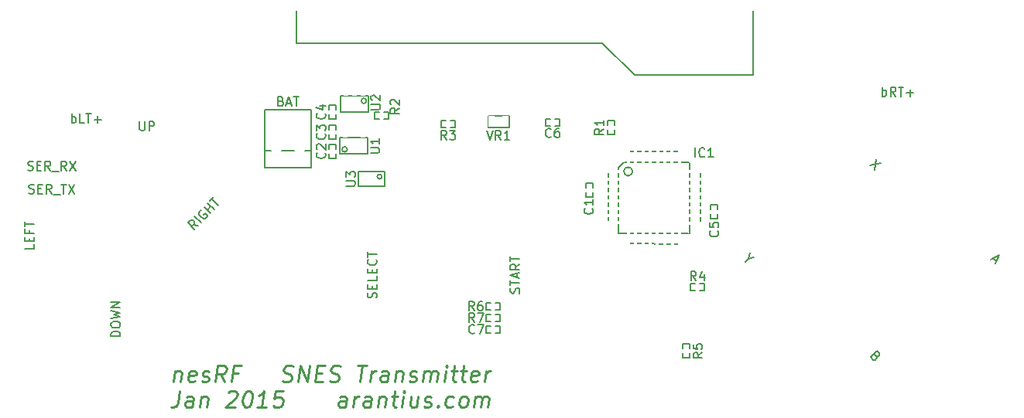
<source format=gto>
%FSLAX46Y46*%
G04 Gerber Fmt 4.6, Leading zero omitted, Abs format (unit mm)*
G04 Created by KiCad (PCBNEW (2014-10-27 BZR 5228)-product) date 1/4/2015 7:38:25 PM*
%MOMM*%
G01*
G04 APERTURE LIST*
%ADD10C,0.100000*%
%ADD11C,0.254000*%
%ADD12C,0.200000*%
%ADD13C,0.150000*%
%ADD14R,0.508000X0.762000*%
%ADD15C,4.318000*%
%ADD16C,2.032000*%
%ADD17R,1.998980X0.449580*%
%ADD18R,0.449580X1.998980*%
%ADD19R,1.727200X1.727200*%
%ADD20O,1.727200X1.727200*%
%ADD21C,2.499360*%
%ADD22O,1.506220X3.014980*%
%ADD23R,0.599440X0.398780*%
%ADD24R,0.398780X0.599440*%
%ADD25C,1.778000*%
%ADD26C,0.990600*%
%ADD27O,1.981200X1.501140*%
%ADD28R,0.400000X0.450000*%
%ADD29R,0.635000X1.143000*%
%ADD30R,1.066800X5.130800*%
%ADD31R,4.622800X1.066800*%
%ADD32R,5.130800X1.066800*%
%ADD33R,1.066800X4.622800*%
G04 APERTURE END LIST*
D10*
D11*
X24685623Y-39458900D02*
X24537456Y-40644233D01*
X24664456Y-39628233D02*
X24759707Y-39543567D01*
X24939623Y-39458900D01*
X25193623Y-39458900D01*
X25352374Y-39543567D01*
X25415873Y-39712900D01*
X25299456Y-40644233D01*
X26834041Y-40559567D02*
X26654123Y-40644233D01*
X26315457Y-40644233D01*
X26156707Y-40559567D01*
X26093207Y-40390233D01*
X26177874Y-39712900D01*
X26283707Y-39543567D01*
X26463624Y-39458900D01*
X26802290Y-39458900D01*
X26961041Y-39543567D01*
X27024540Y-39712900D01*
X27003373Y-39882233D01*
X26135541Y-40051567D01*
X27596041Y-40559567D02*
X27754790Y-40644233D01*
X28093457Y-40644233D01*
X28273374Y-40559567D01*
X28379207Y-40390233D01*
X28389791Y-40305567D01*
X28326290Y-40136233D01*
X28167541Y-40051567D01*
X27913541Y-40051567D01*
X27754790Y-39966900D01*
X27691291Y-39797567D01*
X27701874Y-39712900D01*
X27807707Y-39543567D01*
X27987624Y-39458900D01*
X28241624Y-39458900D01*
X28400374Y-39543567D01*
X30125456Y-40644233D02*
X29638624Y-39797567D01*
X29109456Y-40644233D02*
X29331706Y-38866233D01*
X30009040Y-38866233D01*
X30167790Y-38950900D01*
X30241874Y-39035567D01*
X30305373Y-39204900D01*
X30273623Y-39458900D01*
X30167790Y-39628233D01*
X30072540Y-39712900D01*
X29892624Y-39797567D01*
X29215290Y-39797567D01*
X31596540Y-39712900D02*
X31003873Y-39712900D01*
X30887456Y-40644233D02*
X31109706Y-38866233D01*
X31956373Y-38866233D01*
X36401375Y-40559567D02*
X36644791Y-40644233D01*
X37068124Y-40644233D01*
X37248041Y-40559567D01*
X37343291Y-40474900D01*
X37449125Y-40305567D01*
X37470291Y-40136233D01*
X37406791Y-39966900D01*
X37332707Y-39882233D01*
X37173958Y-39797567D01*
X36845874Y-39712900D01*
X36687124Y-39628233D01*
X36613041Y-39543567D01*
X36549541Y-39374233D01*
X36570708Y-39204900D01*
X36676541Y-39035567D01*
X36771791Y-38950900D01*
X36951707Y-38866233D01*
X37375041Y-38866233D01*
X37618458Y-38950900D01*
X38168790Y-40644233D02*
X38391040Y-38866233D01*
X39184790Y-40644233D01*
X39407040Y-38866233D01*
X40147874Y-39712900D02*
X40740541Y-39712900D01*
X40878124Y-40644233D02*
X40031457Y-40644233D01*
X40253707Y-38866233D01*
X41100374Y-38866233D01*
X41566042Y-40559567D02*
X41809458Y-40644233D01*
X42232791Y-40644233D01*
X42412708Y-40559567D01*
X42507958Y-40474900D01*
X42613792Y-40305567D01*
X42634958Y-40136233D01*
X42571458Y-39966900D01*
X42497374Y-39882233D01*
X42338625Y-39797567D01*
X42010541Y-39712900D01*
X41851791Y-39628233D01*
X41777708Y-39543567D01*
X41714208Y-39374233D01*
X41735375Y-39204900D01*
X41841208Y-39035567D01*
X41936458Y-38950900D01*
X42116374Y-38866233D01*
X42539708Y-38866233D01*
X42783125Y-38950900D01*
X44656374Y-38866233D02*
X45672374Y-38866233D01*
X44942124Y-40644233D02*
X45164374Y-38866233D01*
X46042791Y-40644233D02*
X46190958Y-39458900D01*
X46148625Y-39797567D02*
X46254458Y-39628233D01*
X46349709Y-39543567D01*
X46529625Y-39458900D01*
X46698958Y-39458900D01*
X47905458Y-40644233D02*
X48021875Y-39712900D01*
X47958376Y-39543567D01*
X47799625Y-39458900D01*
X47460959Y-39458900D01*
X47281042Y-39543567D01*
X47916042Y-40559567D02*
X47736125Y-40644233D01*
X47312792Y-40644233D01*
X47154042Y-40559567D01*
X47090542Y-40390233D01*
X47111709Y-40220900D01*
X47217542Y-40051567D01*
X47397459Y-39966900D01*
X47820792Y-39966900D01*
X48000708Y-39882233D01*
X48900292Y-39458900D02*
X48752125Y-40644233D01*
X48879125Y-39628233D02*
X48974376Y-39543567D01*
X49154292Y-39458900D01*
X49408292Y-39458900D01*
X49567043Y-39543567D01*
X49630542Y-39712900D01*
X49514125Y-40644233D01*
X50286710Y-40559567D02*
X50445459Y-40644233D01*
X50784126Y-40644233D01*
X50964043Y-40559567D01*
X51069876Y-40390233D01*
X51080460Y-40305567D01*
X51016959Y-40136233D01*
X50858210Y-40051567D01*
X50604210Y-40051567D01*
X50445459Y-39966900D01*
X50381960Y-39797567D01*
X50392543Y-39712900D01*
X50498376Y-39543567D01*
X50678293Y-39458900D01*
X50932293Y-39458900D01*
X51091043Y-39543567D01*
X51800125Y-40644233D02*
X51948292Y-39458900D01*
X51927125Y-39628233D02*
X52022376Y-39543567D01*
X52202292Y-39458900D01*
X52456292Y-39458900D01*
X52615043Y-39543567D01*
X52678542Y-39712900D01*
X52562125Y-40644233D01*
X52678542Y-39712900D02*
X52784376Y-39543567D01*
X52964292Y-39458900D01*
X53218292Y-39458900D01*
X53377043Y-39543567D01*
X53440542Y-39712900D01*
X53324125Y-40644233D01*
X54170792Y-40644233D02*
X54318959Y-39458900D01*
X54393042Y-38866233D02*
X54297793Y-38950900D01*
X54371876Y-39035567D01*
X54467126Y-38950900D01*
X54393042Y-38866233D01*
X54371876Y-39035567D01*
X54911626Y-39458900D02*
X55588960Y-39458900D01*
X55239709Y-38866233D02*
X55049209Y-40390233D01*
X55112710Y-40559567D01*
X55271459Y-40644233D01*
X55440793Y-40644233D01*
X55927626Y-39458900D02*
X56604960Y-39458900D01*
X56255709Y-38866233D02*
X56065209Y-40390233D01*
X56128710Y-40559567D01*
X56287459Y-40644233D01*
X56456793Y-40644233D01*
X57737377Y-40559567D02*
X57557459Y-40644233D01*
X57218793Y-40644233D01*
X57060043Y-40559567D01*
X56996543Y-40390233D01*
X57081210Y-39712900D01*
X57187043Y-39543567D01*
X57366960Y-39458900D01*
X57705626Y-39458900D01*
X57864377Y-39543567D01*
X57927876Y-39712900D01*
X57906709Y-39882233D01*
X57038877Y-40051567D01*
X58573459Y-40644233D02*
X58721626Y-39458900D01*
X58679293Y-39797567D02*
X58785126Y-39628233D01*
X58880377Y-39543567D01*
X59060293Y-39458900D01*
X59229626Y-39458900D01*
X25183039Y-41609433D02*
X25024289Y-42879433D01*
X24907873Y-43133433D01*
X24717373Y-43302767D01*
X24452789Y-43387433D01*
X24283456Y-43387433D01*
X26569456Y-43387433D02*
X26685873Y-42456100D01*
X26622374Y-42286767D01*
X26463623Y-42202100D01*
X26124957Y-42202100D01*
X25945040Y-42286767D01*
X26580040Y-43302767D02*
X26400123Y-43387433D01*
X25976790Y-43387433D01*
X25818040Y-43302767D01*
X25754540Y-43133433D01*
X25775707Y-42964100D01*
X25881540Y-42794767D01*
X26061457Y-42710100D01*
X26484790Y-42710100D01*
X26664706Y-42625433D01*
X27564290Y-42202100D02*
X27416123Y-43387433D01*
X27543123Y-42371433D02*
X27638374Y-42286767D01*
X27818290Y-42202100D01*
X28072290Y-42202100D01*
X28231041Y-42286767D01*
X28294540Y-42456100D01*
X28178123Y-43387433D01*
X30495875Y-41778767D02*
X30591124Y-41694100D01*
X30771041Y-41609433D01*
X31194374Y-41609433D01*
X31353124Y-41694100D01*
X31427208Y-41778767D01*
X31490708Y-41948100D01*
X31469541Y-42117433D01*
X31353124Y-42371433D01*
X30210124Y-43387433D01*
X31310791Y-43387433D01*
X32633707Y-41609433D02*
X32803040Y-41609433D01*
X32961791Y-41694100D01*
X33035874Y-41778767D01*
X33099374Y-41948100D01*
X33141708Y-42286767D01*
X33088791Y-42710100D01*
X32961791Y-43048767D01*
X32855957Y-43218100D01*
X32760708Y-43302767D01*
X32580790Y-43387433D01*
X32411457Y-43387433D01*
X32252708Y-43302767D01*
X32178624Y-43218100D01*
X32115124Y-43048767D01*
X32072791Y-42710100D01*
X32125708Y-42286767D01*
X32252707Y-41948100D01*
X32358541Y-41778767D01*
X32453791Y-41694100D01*
X32633707Y-41609433D01*
X34697457Y-43387433D02*
X33681457Y-43387433D01*
X34189457Y-43387433D02*
X34411707Y-41609433D01*
X34210623Y-41863433D01*
X34020124Y-42032767D01*
X33840207Y-42117433D01*
X36528373Y-41609433D02*
X35681706Y-41609433D01*
X35491207Y-42456100D01*
X35586456Y-42371433D01*
X35766374Y-42286767D01*
X36189707Y-42286767D01*
X36348456Y-42371433D01*
X36422540Y-42456100D01*
X36486040Y-42625433D01*
X36433124Y-43048767D01*
X36327290Y-43218100D01*
X36232040Y-43302767D01*
X36052123Y-43387433D01*
X35628790Y-43387433D01*
X35470040Y-43302767D01*
X35395957Y-43218100D01*
X43333457Y-43387433D02*
X43449874Y-42456100D01*
X43386375Y-42286767D01*
X43227624Y-42202100D01*
X42888958Y-42202100D01*
X42709041Y-42286767D01*
X43344041Y-43302767D02*
X43164124Y-43387433D01*
X42740791Y-43387433D01*
X42582041Y-43302767D01*
X42518541Y-43133433D01*
X42539708Y-42964100D01*
X42645541Y-42794767D01*
X42825458Y-42710100D01*
X43248791Y-42710100D01*
X43428707Y-42625433D01*
X44180124Y-43387433D02*
X44328291Y-42202100D01*
X44285958Y-42540767D02*
X44391791Y-42371433D01*
X44487042Y-42286767D01*
X44666958Y-42202100D01*
X44836291Y-42202100D01*
X46042791Y-43387433D02*
X46159208Y-42456100D01*
X46095709Y-42286767D01*
X45936958Y-42202100D01*
X45598292Y-42202100D01*
X45418375Y-42286767D01*
X46053375Y-43302767D02*
X45873458Y-43387433D01*
X45450125Y-43387433D01*
X45291375Y-43302767D01*
X45227875Y-43133433D01*
X45249042Y-42964100D01*
X45354875Y-42794767D01*
X45534792Y-42710100D01*
X45958125Y-42710100D01*
X46138041Y-42625433D01*
X47037625Y-42202100D02*
X46889458Y-43387433D01*
X47016458Y-42371433D02*
X47111709Y-42286767D01*
X47291625Y-42202100D01*
X47545625Y-42202100D01*
X47704376Y-42286767D01*
X47767875Y-42456100D01*
X47651458Y-43387433D01*
X48392292Y-42202100D02*
X49069626Y-42202100D01*
X48720375Y-41609433D02*
X48529875Y-43133433D01*
X48593376Y-43302767D01*
X48752125Y-43387433D01*
X48921459Y-43387433D01*
X49514125Y-43387433D02*
X49662292Y-42202100D01*
X49736375Y-41609433D02*
X49641126Y-41694100D01*
X49715209Y-41778767D01*
X49810459Y-41694100D01*
X49736375Y-41609433D01*
X49715209Y-41778767D01*
X51270959Y-42202100D02*
X51122792Y-43387433D01*
X50508959Y-42202100D02*
X50392542Y-43133433D01*
X50456043Y-43302767D01*
X50614792Y-43387433D01*
X50868792Y-43387433D01*
X51048710Y-43302767D01*
X51143959Y-43218100D01*
X51895377Y-43302767D02*
X52054126Y-43387433D01*
X52392793Y-43387433D01*
X52572710Y-43302767D01*
X52678543Y-43133433D01*
X52689127Y-43048767D01*
X52625626Y-42879433D01*
X52466877Y-42794767D01*
X52212877Y-42794767D01*
X52054126Y-42710100D01*
X51990627Y-42540767D01*
X52001210Y-42456100D01*
X52107043Y-42286767D01*
X52286960Y-42202100D01*
X52540960Y-42202100D01*
X52699710Y-42286767D01*
X53429959Y-43218100D02*
X53504043Y-43302767D01*
X53408792Y-43387433D01*
X53334710Y-43302767D01*
X53429959Y-43218100D01*
X53408792Y-43387433D01*
X55028043Y-43302767D02*
X54848126Y-43387433D01*
X54509459Y-43387433D01*
X54350710Y-43302767D01*
X54276626Y-43218100D01*
X54213127Y-43048767D01*
X54276627Y-42540767D01*
X54382459Y-42371433D01*
X54477710Y-42286767D01*
X54657626Y-42202100D01*
X54996293Y-42202100D01*
X55155043Y-42286767D01*
X56033459Y-43387433D02*
X55874710Y-43302767D01*
X55800626Y-43218100D01*
X55737127Y-43048767D01*
X55800627Y-42540767D01*
X55906459Y-42371433D01*
X56001710Y-42286767D01*
X56181626Y-42202100D01*
X56435626Y-42202100D01*
X56594377Y-42286767D01*
X56668459Y-42371433D01*
X56731960Y-42540767D01*
X56668460Y-43048767D01*
X56562626Y-43218100D01*
X56467377Y-43302767D01*
X56287459Y-43387433D01*
X56033459Y-43387433D01*
X57388126Y-43387433D02*
X57536293Y-42202100D01*
X57515126Y-42371433D02*
X57610377Y-42286767D01*
X57790293Y-42202100D01*
X58044293Y-42202100D01*
X58203044Y-42286767D01*
X58266543Y-42456100D01*
X58150126Y-43387433D01*
X58266543Y-42456100D02*
X58372377Y-42286767D01*
X58552293Y-42202100D01*
X58806293Y-42202100D01*
X58965044Y-42286767D01*
X59028543Y-42456100D01*
X58912126Y-43387433D01*
D12*
X37973000Y0D02*
X37973000Y-3556000D01*
X58166000Y-3556000D02*
X37973000Y-3556000D01*
X71374000Y-3556000D02*
X58166000Y-3556000D01*
X74930000Y-6985000D02*
X71374000Y-3556000D01*
X87884000Y0D02*
X87884000Y-6985000D01*
X87884000Y-6985000D02*
X74930000Y-6985000D01*
D13*
X45622981Y-9842500D02*
G75*
G03X45622981Y-9842500I-283981J0D01*
G01*
X42799000Y-11112500D02*
X42799000Y-9334500D01*
X42799000Y-9334500D02*
X45847000Y-9334500D01*
X45847000Y-9334500D02*
X45847000Y-11112500D01*
X45847000Y-11112500D02*
X42799000Y-11112500D01*
X43527481Y-15176500D02*
G75*
G03X43527481Y-15176500I-283981J0D01*
G01*
X45783500Y-13906500D02*
X45783500Y-15684500D01*
X45783500Y-15684500D02*
X42735500Y-15684500D01*
X42735500Y-15684500D02*
X42735500Y-13906500D01*
X42735500Y-13906500D02*
X45783500Y-13906500D01*
X82118200Y-23215600D02*
X80975200Y-23215600D01*
X82118200Y-17678400D02*
X81000600Y-17678400D01*
X82118200Y-23215600D02*
X82118200Y-17678400D01*
X79883000Y-24409400D02*
X79883000Y-25501600D01*
X74269600Y-24434800D02*
X74269600Y-25501600D01*
X74244200Y-25501600D02*
X79883000Y-25527000D01*
X74295000Y-15417800D02*
X79806800Y-15392400D01*
X73202800Y-17170400D02*
X73202800Y-24358600D01*
X79832200Y-15417800D02*
X79832200Y-16459200D01*
X73837800Y-16560800D02*
X80899000Y-16560800D01*
X80949800Y-24384000D02*
X80949800Y-16662400D01*
X73202800Y-24384000D02*
X80822800Y-24384000D01*
X72059800Y-17602200D02*
X72059800Y-23241000D01*
X72059800Y-23241000D02*
X73202800Y-23241000D01*
X73212960Y-17145000D02*
X73797160Y-16560800D01*
X72064880Y-17602200D02*
X73212960Y-17602200D01*
X74295000Y-16560800D02*
X74295000Y-15412720D01*
X74728526Y-17586960D02*
G75*
G03X74728526Y-17586960I-479246J0D01*
G01*
X34480500Y-15303500D02*
X39560500Y-15303500D01*
X34480500Y-10858500D02*
X39560500Y-10858500D01*
X39560500Y-17208500D02*
X34480500Y-17208500D01*
X39560500Y-17208500D02*
X39560500Y-10858500D01*
X34480500Y-17208500D02*
X34480500Y-10858500D01*
X69619000Y-19854000D02*
X69619000Y-20362000D01*
X69619000Y-20362000D02*
X70381000Y-20362000D01*
X70381000Y-20362000D02*
X70381000Y-19854000D01*
X69619000Y-19346000D02*
X69619000Y-18838000D01*
X69619000Y-18838000D02*
X70381000Y-18838000D01*
X70381000Y-18838000D02*
X70381000Y-19346000D01*
X41529000Y-15621000D02*
X41529000Y-16129000D01*
X41529000Y-16129000D02*
X42291000Y-16129000D01*
X42291000Y-16129000D02*
X42291000Y-15621000D01*
X41529000Y-15113000D02*
X41529000Y-14605000D01*
X41529000Y-14605000D02*
X42291000Y-14605000D01*
X42291000Y-14605000D02*
X42291000Y-15113000D01*
X42291000Y-13017500D02*
X42291000Y-12509500D01*
X42291000Y-12509500D02*
X41529000Y-12509500D01*
X41529000Y-12509500D02*
X41529000Y-13017500D01*
X42291000Y-13525500D02*
X42291000Y-14033500D01*
X42291000Y-14033500D02*
X41529000Y-14033500D01*
X41529000Y-14033500D02*
X41529000Y-13525500D01*
X41529000Y-11303000D02*
X41529000Y-11811000D01*
X41529000Y-11811000D02*
X42291000Y-11811000D01*
X42291000Y-11811000D02*
X42291000Y-11303000D01*
X41529000Y-10795000D02*
X41529000Y-10287000D01*
X41529000Y-10287000D02*
X42291000Y-10287000D01*
X42291000Y-10287000D02*
X42291000Y-10795000D01*
X72771000Y-12509500D02*
X72771000Y-12001500D01*
X72771000Y-12001500D02*
X72009000Y-12001500D01*
X72009000Y-12001500D02*
X72009000Y-12509500D01*
X72771000Y-13017500D02*
X72771000Y-13525500D01*
X72771000Y-13525500D02*
X72009000Y-13525500D01*
X72009000Y-13525500D02*
X72009000Y-13017500D01*
X47498000Y-11874500D02*
X48006000Y-11874500D01*
X48006000Y-11874500D02*
X48006000Y-11112500D01*
X48006000Y-11112500D02*
X47498000Y-11112500D01*
X46990000Y-11874500D02*
X46482000Y-11874500D01*
X46482000Y-11874500D02*
X46482000Y-11112500D01*
X46482000Y-11112500D02*
X46990000Y-11112500D01*
X54292500Y-12001500D02*
X53784500Y-12001500D01*
X53784500Y-12001500D02*
X53784500Y-12763500D01*
X53784500Y-12763500D02*
X54292500Y-12763500D01*
X54800500Y-12001500D02*
X55308500Y-12001500D01*
X55308500Y-12001500D02*
X55308500Y-12763500D01*
X55308500Y-12763500D02*
X54800500Y-12763500D01*
X82105500Y-30607000D02*
X82613500Y-30607000D01*
X82613500Y-30607000D02*
X82613500Y-29845000D01*
X82613500Y-29845000D02*
X82105500Y-29845000D01*
X81597500Y-30607000D02*
X81089500Y-30607000D01*
X81089500Y-30607000D02*
X81089500Y-29845000D01*
X81089500Y-29845000D02*
X81597500Y-29845000D01*
X83248500Y-22225000D02*
X83248500Y-22733000D01*
X83248500Y-22733000D02*
X84010500Y-22733000D01*
X84010500Y-22733000D02*
X84010500Y-22225000D01*
X83248500Y-21717000D02*
X83248500Y-21209000D01*
X83248500Y-21209000D02*
X84010500Y-21209000D01*
X84010500Y-21209000D02*
X84010500Y-21717000D01*
X65722500Y-11811000D02*
X65214500Y-11811000D01*
X65214500Y-11811000D02*
X65214500Y-12573000D01*
X65214500Y-12573000D02*
X65722500Y-12573000D01*
X66230500Y-11811000D02*
X66738500Y-11811000D01*
X66738500Y-11811000D02*
X66738500Y-12573000D01*
X66738500Y-12573000D02*
X66230500Y-12573000D01*
X80962500Y-37020500D02*
X80962500Y-36512500D01*
X80962500Y-36512500D02*
X80200500Y-36512500D01*
X80200500Y-36512500D02*
X80200500Y-37020500D01*
X80962500Y-37528500D02*
X80962500Y-38036500D01*
X80962500Y-38036500D02*
X80200500Y-38036500D01*
X80200500Y-38036500D02*
X80200500Y-37528500D01*
X59753500Y-32766000D02*
X60261500Y-32766000D01*
X60261500Y-32766000D02*
X60261500Y-32004000D01*
X60261500Y-32004000D02*
X59753500Y-32004000D01*
X59245500Y-32766000D02*
X58737500Y-32766000D01*
X58737500Y-32766000D02*
X58737500Y-32004000D01*
X58737500Y-32004000D02*
X59245500Y-32004000D01*
X59245500Y-33274000D02*
X58737500Y-33274000D01*
X58737500Y-33274000D02*
X58737500Y-34036000D01*
X58737500Y-34036000D02*
X59245500Y-34036000D01*
X59753500Y-33274000D02*
X60261500Y-33274000D01*
X60261500Y-33274000D02*
X60261500Y-34036000D01*
X60261500Y-34036000D02*
X59753500Y-34036000D01*
X47307500Y-18161000D02*
G75*
G03X47307500Y-18161000I-254000J0D01*
G01*
X44704500Y-17615000D02*
X47624500Y-17615000D01*
X47624500Y-17615000D02*
X47624500Y-19215000D01*
X47594500Y-19215000D02*
X44704500Y-19215000D01*
X44704500Y-19215000D02*
X44704500Y-17615000D01*
X59245500Y-34544000D02*
X58737500Y-34544000D01*
X58737500Y-34544000D02*
X58737500Y-35306000D01*
X58737500Y-35306000D02*
X59245500Y-35306000D01*
X59753500Y-34544000D02*
X60261500Y-34544000D01*
X60261500Y-34544000D02*
X60261500Y-35306000D01*
X60261500Y-35306000D02*
X59753500Y-35306000D01*
X58928000Y-11493500D02*
X61214000Y-11493500D01*
X61214000Y-11493500D02*
X61214000Y-12763500D01*
X61214000Y-12763500D02*
X58928000Y-12763500D01*
X58928000Y-12763500D02*
X58928000Y-11493500D01*
X46124881Y-10794905D02*
X46934405Y-10794905D01*
X47029643Y-10747286D01*
X47077262Y-10699667D01*
X47124881Y-10604429D01*
X47124881Y-10413952D01*
X47077262Y-10318714D01*
X47029643Y-10271095D01*
X46934405Y-10223476D01*
X46124881Y-10223476D01*
X46220119Y-9794905D02*
X46172500Y-9747286D01*
X46124881Y-9652048D01*
X46124881Y-9413952D01*
X46172500Y-9318714D01*
X46220119Y-9271095D01*
X46315357Y-9223476D01*
X46410595Y-9223476D01*
X46553452Y-9271095D01*
X47124881Y-9842524D01*
X47124881Y-9223476D01*
X46061381Y-15557405D02*
X46870905Y-15557405D01*
X46966143Y-15509786D01*
X47013762Y-15462167D01*
X47061381Y-15366929D01*
X47061381Y-15176452D01*
X47013762Y-15081214D01*
X46966143Y-15033595D01*
X46870905Y-14985976D01*
X46061381Y-14985976D01*
X47061381Y-13985976D02*
X47061381Y-14557405D01*
X47061381Y-14271691D02*
X46061381Y-14271691D01*
X46204238Y-14366929D01*
X46299476Y-14462167D01*
X46347095Y-14557405D01*
X81573810Y-16009881D02*
X81573810Y-15009881D01*
X82621429Y-15914643D02*
X82573810Y-15962262D01*
X82430953Y-16009881D01*
X82335715Y-16009881D01*
X82192857Y-15962262D01*
X82097619Y-15867024D01*
X82050000Y-15771786D01*
X82002381Y-15581310D01*
X82002381Y-15438452D01*
X82050000Y-15247976D01*
X82097619Y-15152738D01*
X82192857Y-15057500D01*
X82335715Y-15009881D01*
X82430953Y-15009881D01*
X82573810Y-15057500D01*
X82621429Y-15105119D01*
X83573810Y-16009881D02*
X83002381Y-16009881D01*
X83288095Y-16009881D02*
X83288095Y-15009881D01*
X83192857Y-15152738D01*
X83097619Y-15247976D01*
X83002381Y-15295595D01*
X13366952Y-12263381D02*
X13366952Y-11263381D01*
X13366952Y-11644333D02*
X13462190Y-11596714D01*
X13652667Y-11596714D01*
X13747905Y-11644333D01*
X13795524Y-11691952D01*
X13843143Y-11787190D01*
X13843143Y-12072905D01*
X13795524Y-12168143D01*
X13747905Y-12215762D01*
X13652667Y-12263381D01*
X13462190Y-12263381D01*
X13366952Y-12215762D01*
X14747905Y-12263381D02*
X14271714Y-12263381D01*
X14271714Y-11263381D01*
X14938381Y-11263381D02*
X15509810Y-11263381D01*
X15224095Y-12263381D02*
X15224095Y-11263381D01*
X15843143Y-11882429D02*
X16605048Y-11882429D01*
X16224096Y-12263381D02*
X16224096Y-11501476D01*
X102044714Y-9342381D02*
X102044714Y-8342381D01*
X102044714Y-8723333D02*
X102139952Y-8675714D01*
X102330429Y-8675714D01*
X102425667Y-8723333D01*
X102473286Y-8770952D01*
X102520905Y-8866190D01*
X102520905Y-9151905D01*
X102473286Y-9247143D01*
X102425667Y-9294762D01*
X102330429Y-9342381D01*
X102139952Y-9342381D01*
X102044714Y-9294762D01*
X103520905Y-9342381D02*
X103187571Y-8866190D01*
X102949476Y-9342381D02*
X102949476Y-8342381D01*
X103330429Y-8342381D01*
X103425667Y-8390000D01*
X103473286Y-8437619D01*
X103520905Y-8532857D01*
X103520905Y-8675714D01*
X103473286Y-8770952D01*
X103425667Y-8818571D01*
X103330429Y-8866190D01*
X102949476Y-8866190D01*
X103806619Y-8342381D02*
X104378048Y-8342381D01*
X104092333Y-9342381D02*
X104092333Y-8342381D01*
X104711381Y-8961429D02*
X105473286Y-8961429D01*
X105092334Y-9342381D02*
X105092334Y-8580476D01*
X36282405Y-9898071D02*
X36425262Y-9945690D01*
X36472881Y-9993310D01*
X36520500Y-10088548D01*
X36520500Y-10231405D01*
X36472881Y-10326643D01*
X36425262Y-10374262D01*
X36330024Y-10421881D01*
X35949071Y-10421881D01*
X35949071Y-9421881D01*
X36282405Y-9421881D01*
X36377643Y-9469500D01*
X36425262Y-9517119D01*
X36472881Y-9612357D01*
X36472881Y-9707595D01*
X36425262Y-9802833D01*
X36377643Y-9850452D01*
X36282405Y-9898071D01*
X35949071Y-9898071D01*
X36901452Y-10136167D02*
X37377643Y-10136167D01*
X36806214Y-10421881D02*
X37139547Y-9421881D01*
X37472881Y-10421881D01*
X37663357Y-9421881D02*
X38234786Y-9421881D01*
X37949071Y-10421881D02*
X37949071Y-9421881D01*
X70334143Y-21629666D02*
X70381762Y-21677285D01*
X70429381Y-21820142D01*
X70429381Y-21915380D01*
X70381762Y-22058238D01*
X70286524Y-22153476D01*
X70191286Y-22201095D01*
X70000810Y-22248714D01*
X69857952Y-22248714D01*
X69667476Y-22201095D01*
X69572238Y-22153476D01*
X69477000Y-22058238D01*
X69429381Y-21915380D01*
X69429381Y-21820142D01*
X69477000Y-21677285D01*
X69524619Y-21629666D01*
X70429381Y-20677285D02*
X70429381Y-21248714D01*
X70429381Y-20963000D02*
X69429381Y-20963000D01*
X69572238Y-21058238D01*
X69667476Y-21153476D01*
X69715095Y-21248714D01*
X41060643Y-15533666D02*
X41108262Y-15581285D01*
X41155881Y-15724142D01*
X41155881Y-15819380D01*
X41108262Y-15962238D01*
X41013024Y-16057476D01*
X40917786Y-16105095D01*
X40727310Y-16152714D01*
X40584452Y-16152714D01*
X40393976Y-16105095D01*
X40298738Y-16057476D01*
X40203500Y-15962238D01*
X40155881Y-15819380D01*
X40155881Y-15724142D01*
X40203500Y-15581285D01*
X40251119Y-15533666D01*
X40251119Y-15152714D02*
X40203500Y-15105095D01*
X40155881Y-15009857D01*
X40155881Y-14771761D01*
X40203500Y-14676523D01*
X40251119Y-14628904D01*
X40346357Y-14581285D01*
X40441595Y-14581285D01*
X40584452Y-14628904D01*
X41155881Y-15200333D01*
X41155881Y-14581285D01*
X41060643Y-13438166D02*
X41108262Y-13485785D01*
X41155881Y-13628642D01*
X41155881Y-13723880D01*
X41108262Y-13866738D01*
X41013024Y-13961976D01*
X40917786Y-14009595D01*
X40727310Y-14057214D01*
X40584452Y-14057214D01*
X40393976Y-14009595D01*
X40298738Y-13961976D01*
X40203500Y-13866738D01*
X40155881Y-13723880D01*
X40155881Y-13628642D01*
X40203500Y-13485785D01*
X40251119Y-13438166D01*
X40155881Y-13104833D02*
X40155881Y-12485785D01*
X40536833Y-12819119D01*
X40536833Y-12676261D01*
X40584452Y-12581023D01*
X40632071Y-12533404D01*
X40727310Y-12485785D01*
X40965405Y-12485785D01*
X41060643Y-12533404D01*
X41108262Y-12581023D01*
X41155881Y-12676261D01*
X41155881Y-12961976D01*
X41108262Y-13057214D01*
X41060643Y-13104833D01*
X41060643Y-11215666D02*
X41108262Y-11263285D01*
X41155881Y-11406142D01*
X41155881Y-11501380D01*
X41108262Y-11644238D01*
X41013024Y-11739476D01*
X40917786Y-11787095D01*
X40727310Y-11834714D01*
X40584452Y-11834714D01*
X40393976Y-11787095D01*
X40298738Y-11739476D01*
X40203500Y-11644238D01*
X40155881Y-11501380D01*
X40155881Y-11406142D01*
X40203500Y-11263285D01*
X40251119Y-11215666D01*
X40489214Y-10358523D02*
X41155881Y-10358523D01*
X40108262Y-10596619D02*
X40822548Y-10834714D01*
X40822548Y-10215666D01*
X71572381Y-12930166D02*
X71096190Y-13263500D01*
X71572381Y-13501595D02*
X70572381Y-13501595D01*
X70572381Y-13120642D01*
X70620000Y-13025404D01*
X70667619Y-12977785D01*
X70762857Y-12930166D01*
X70905714Y-12930166D01*
X71000952Y-12977785D01*
X71048571Y-13025404D01*
X71096190Y-13120642D01*
X71096190Y-13501595D01*
X71572381Y-11977785D02*
X71572381Y-12549214D01*
X71572381Y-12263500D02*
X70572381Y-12263500D01*
X70715238Y-12358738D01*
X70810476Y-12453976D01*
X70858095Y-12549214D01*
X49220381Y-10644166D02*
X48744190Y-10977500D01*
X49220381Y-11215595D02*
X48220381Y-11215595D01*
X48220381Y-10834642D01*
X48268000Y-10739404D01*
X48315619Y-10691785D01*
X48410857Y-10644166D01*
X48553714Y-10644166D01*
X48648952Y-10691785D01*
X48696571Y-10739404D01*
X48744190Y-10834642D01*
X48744190Y-11215595D01*
X48315619Y-10263214D02*
X48268000Y-10215595D01*
X48220381Y-10120357D01*
X48220381Y-9882261D01*
X48268000Y-9787023D01*
X48315619Y-9739404D01*
X48410857Y-9691785D01*
X48506095Y-9691785D01*
X48648952Y-9739404D01*
X49220381Y-10310833D01*
X49220381Y-9691785D01*
X54379834Y-14104881D02*
X54046500Y-13628690D01*
X53808405Y-14104881D02*
X53808405Y-13104881D01*
X54189358Y-13104881D01*
X54284596Y-13152500D01*
X54332215Y-13200119D01*
X54379834Y-13295357D01*
X54379834Y-13438214D01*
X54332215Y-13533452D01*
X54284596Y-13581071D01*
X54189358Y-13628690D01*
X53808405Y-13628690D01*
X54713167Y-13104881D02*
X55332215Y-13104881D01*
X54998881Y-13485833D01*
X55141739Y-13485833D01*
X55236977Y-13533452D01*
X55284596Y-13581071D01*
X55332215Y-13676310D01*
X55332215Y-13914405D01*
X55284596Y-14009643D01*
X55236977Y-14057262D01*
X55141739Y-14104881D01*
X54856024Y-14104881D01*
X54760786Y-14057262D01*
X54713167Y-14009643D01*
X81684834Y-29535381D02*
X81351500Y-29059190D01*
X81113405Y-29535381D02*
X81113405Y-28535381D01*
X81494358Y-28535381D01*
X81589596Y-28583000D01*
X81637215Y-28630619D01*
X81684834Y-28725857D01*
X81684834Y-28868714D01*
X81637215Y-28963952D01*
X81589596Y-29011571D01*
X81494358Y-29059190D01*
X81113405Y-29059190D01*
X82541977Y-28868714D02*
X82541977Y-29535381D01*
X82303881Y-28487762D02*
X82065786Y-29202048D01*
X82684834Y-29202048D01*
X84050143Y-24106166D02*
X84097762Y-24153785D01*
X84145381Y-24296642D01*
X84145381Y-24391880D01*
X84097762Y-24534738D01*
X84002524Y-24629976D01*
X83907286Y-24677595D01*
X83716810Y-24725214D01*
X83573952Y-24725214D01*
X83383476Y-24677595D01*
X83288238Y-24629976D01*
X83193000Y-24534738D01*
X83145381Y-24391880D01*
X83145381Y-24296642D01*
X83193000Y-24153785D01*
X83240619Y-24106166D01*
X83145381Y-23201404D02*
X83145381Y-23677595D01*
X83621571Y-23725214D01*
X83573952Y-23677595D01*
X83526333Y-23582357D01*
X83526333Y-23344261D01*
X83573952Y-23249023D01*
X83621571Y-23201404D01*
X83716810Y-23153785D01*
X83954905Y-23153785D01*
X84050143Y-23201404D01*
X84097762Y-23249023D01*
X84145381Y-23344261D01*
X84145381Y-23582357D01*
X84097762Y-23677595D01*
X84050143Y-23725214D01*
X65809834Y-13755643D02*
X65762215Y-13803262D01*
X65619358Y-13850881D01*
X65524120Y-13850881D01*
X65381262Y-13803262D01*
X65286024Y-13708024D01*
X65238405Y-13612786D01*
X65190786Y-13422310D01*
X65190786Y-13279452D01*
X65238405Y-13088976D01*
X65286024Y-12993738D01*
X65381262Y-12898500D01*
X65524120Y-12850881D01*
X65619358Y-12850881D01*
X65762215Y-12898500D01*
X65809834Y-12946119D01*
X66666977Y-12850881D02*
X66476500Y-12850881D01*
X66381262Y-12898500D01*
X66333643Y-12946119D01*
X66238405Y-13088976D01*
X66190786Y-13279452D01*
X66190786Y-13660405D01*
X66238405Y-13755643D01*
X66286024Y-13803262D01*
X66381262Y-13850881D01*
X66571739Y-13850881D01*
X66666977Y-13803262D01*
X66714596Y-13755643D01*
X66762215Y-13660405D01*
X66762215Y-13422310D01*
X66714596Y-13327071D01*
X66666977Y-13279452D01*
X66571739Y-13231833D01*
X66381262Y-13231833D01*
X66286024Y-13279452D01*
X66238405Y-13327071D01*
X66190786Y-13422310D01*
X82367381Y-37441166D02*
X81891190Y-37774500D01*
X82367381Y-38012595D02*
X81367381Y-38012595D01*
X81367381Y-37631642D01*
X81415000Y-37536404D01*
X81462619Y-37488785D01*
X81557857Y-37441166D01*
X81700714Y-37441166D01*
X81795952Y-37488785D01*
X81843571Y-37536404D01*
X81891190Y-37631642D01*
X81891190Y-38012595D01*
X81367381Y-36536404D02*
X81367381Y-37012595D01*
X81843571Y-37060214D01*
X81795952Y-37012595D01*
X81748333Y-36917357D01*
X81748333Y-36679261D01*
X81795952Y-36584023D01*
X81843571Y-36536404D01*
X81938810Y-36488785D01*
X82176905Y-36488785D01*
X82272143Y-36536404D01*
X82319762Y-36584023D01*
X82367381Y-36679261D01*
X82367381Y-36917357D01*
X82319762Y-37012595D01*
X82272143Y-37060214D01*
X57396084Y-32837381D02*
X57062750Y-32361190D01*
X56824655Y-32837381D02*
X56824655Y-31837381D01*
X57205608Y-31837381D01*
X57300846Y-31885000D01*
X57348465Y-31932619D01*
X57396084Y-32027857D01*
X57396084Y-32170714D01*
X57348465Y-32265952D01*
X57300846Y-32313571D01*
X57205608Y-32361190D01*
X56824655Y-32361190D01*
X58253227Y-31837381D02*
X58062750Y-31837381D01*
X57967512Y-31885000D01*
X57919893Y-31932619D01*
X57824655Y-32075476D01*
X57777036Y-32265952D01*
X57777036Y-32646905D01*
X57824655Y-32742143D01*
X57872274Y-32789762D01*
X57967512Y-32837381D01*
X58157989Y-32837381D01*
X58253227Y-32789762D01*
X58300846Y-32742143D01*
X58348465Y-32646905D01*
X58348465Y-32408810D01*
X58300846Y-32313571D01*
X58253227Y-32265952D01*
X58157989Y-32218333D01*
X57967512Y-32218333D01*
X57872274Y-32265952D01*
X57824655Y-32313571D01*
X57777036Y-32408810D01*
X57427834Y-34107381D02*
X57094500Y-33631190D01*
X56856405Y-34107381D02*
X56856405Y-33107381D01*
X57237358Y-33107381D01*
X57332596Y-33155000D01*
X57380215Y-33202619D01*
X57427834Y-33297857D01*
X57427834Y-33440714D01*
X57380215Y-33535952D01*
X57332596Y-33583571D01*
X57237358Y-33631190D01*
X56856405Y-33631190D01*
X57761167Y-33107381D02*
X58427834Y-33107381D01*
X57999262Y-34107381D01*
X43394381Y-19176905D02*
X44203905Y-19176905D01*
X44299143Y-19129286D01*
X44346762Y-19081667D01*
X44394381Y-18986429D01*
X44394381Y-18795952D01*
X44346762Y-18700714D01*
X44299143Y-18653095D01*
X44203905Y-18605476D01*
X43394381Y-18605476D01*
X43394381Y-18224524D02*
X43394381Y-17605476D01*
X43775333Y-17938810D01*
X43775333Y-17795952D01*
X43822952Y-17700714D01*
X43870571Y-17653095D01*
X43965810Y-17605476D01*
X44203905Y-17605476D01*
X44299143Y-17653095D01*
X44346762Y-17700714D01*
X44394381Y-17795952D01*
X44394381Y-18081667D01*
X44346762Y-18176905D01*
X44299143Y-18224524D01*
X57427834Y-35282143D02*
X57380215Y-35329762D01*
X57237358Y-35377381D01*
X57142120Y-35377381D01*
X56999262Y-35329762D01*
X56904024Y-35234524D01*
X56856405Y-35139286D01*
X56808786Y-34948810D01*
X56808786Y-34805952D01*
X56856405Y-34615476D01*
X56904024Y-34520238D01*
X56999262Y-34425000D01*
X57142120Y-34377381D01*
X57237358Y-34377381D01*
X57380215Y-34425000D01*
X57427834Y-34472619D01*
X57761167Y-34377381D02*
X58427834Y-34377381D01*
X57999262Y-35377381D01*
X8580762Y-17422762D02*
X8723619Y-17470381D01*
X8961715Y-17470381D01*
X9056953Y-17422762D01*
X9104572Y-17375143D01*
X9152191Y-17279905D01*
X9152191Y-17184667D01*
X9104572Y-17089429D01*
X9056953Y-17041810D01*
X8961715Y-16994190D01*
X8771238Y-16946571D01*
X8676000Y-16898952D01*
X8628381Y-16851333D01*
X8580762Y-16756095D01*
X8580762Y-16660857D01*
X8628381Y-16565619D01*
X8676000Y-16518000D01*
X8771238Y-16470381D01*
X9009334Y-16470381D01*
X9152191Y-16518000D01*
X9580762Y-16946571D02*
X9914096Y-16946571D01*
X10056953Y-17470381D02*
X9580762Y-17470381D01*
X9580762Y-16470381D01*
X10056953Y-16470381D01*
X11056953Y-17470381D02*
X10723619Y-16994190D01*
X10485524Y-17470381D02*
X10485524Y-16470381D01*
X10866477Y-16470381D01*
X10961715Y-16518000D01*
X11009334Y-16565619D01*
X11056953Y-16660857D01*
X11056953Y-16803714D01*
X11009334Y-16898952D01*
X10961715Y-16946571D01*
X10866477Y-16994190D01*
X10485524Y-16994190D01*
X11247429Y-17565619D02*
X12009334Y-17565619D01*
X12818858Y-17470381D02*
X12485524Y-16994190D01*
X12247429Y-17470381D02*
X12247429Y-16470381D01*
X12628382Y-16470381D01*
X12723620Y-16518000D01*
X12771239Y-16565619D01*
X12818858Y-16660857D01*
X12818858Y-16803714D01*
X12771239Y-16898952D01*
X12723620Y-16946571D01*
X12628382Y-16994190D01*
X12247429Y-16994190D01*
X13152191Y-16470381D02*
X13818858Y-17470381D01*
X13818858Y-16470381D02*
X13152191Y-17470381D01*
X8699809Y-19962762D02*
X8842666Y-20010381D01*
X9080762Y-20010381D01*
X9176000Y-19962762D01*
X9223619Y-19915143D01*
X9271238Y-19819905D01*
X9271238Y-19724667D01*
X9223619Y-19629429D01*
X9176000Y-19581810D01*
X9080762Y-19534190D01*
X8890285Y-19486571D01*
X8795047Y-19438952D01*
X8747428Y-19391333D01*
X8699809Y-19296095D01*
X8699809Y-19200857D01*
X8747428Y-19105619D01*
X8795047Y-19058000D01*
X8890285Y-19010381D01*
X9128381Y-19010381D01*
X9271238Y-19058000D01*
X9699809Y-19486571D02*
X10033143Y-19486571D01*
X10176000Y-20010381D02*
X9699809Y-20010381D01*
X9699809Y-19010381D01*
X10176000Y-19010381D01*
X11176000Y-20010381D02*
X10842666Y-19534190D01*
X10604571Y-20010381D02*
X10604571Y-19010381D01*
X10985524Y-19010381D01*
X11080762Y-19058000D01*
X11128381Y-19105619D01*
X11176000Y-19200857D01*
X11176000Y-19343714D01*
X11128381Y-19438952D01*
X11080762Y-19486571D01*
X10985524Y-19534190D01*
X10604571Y-19534190D01*
X11366476Y-20105619D02*
X12128381Y-20105619D01*
X12223619Y-19010381D02*
X12795048Y-19010381D01*
X12509333Y-20010381D02*
X12509333Y-19010381D01*
X13033143Y-19010381D02*
X13699810Y-20010381D01*
X13699810Y-19010381D02*
X13033143Y-20010381D01*
X58761476Y-13104881D02*
X59094809Y-14104881D01*
X59428143Y-13104881D01*
X60332905Y-14104881D02*
X59999571Y-13628690D01*
X59761476Y-14104881D02*
X59761476Y-13104881D01*
X60142429Y-13104881D01*
X60237667Y-13152500D01*
X60285286Y-13200119D01*
X60332905Y-13295357D01*
X60332905Y-13438214D01*
X60285286Y-13533452D01*
X60237667Y-13581071D01*
X60142429Y-13628690D01*
X59761476Y-13628690D01*
X61285286Y-14104881D02*
X60713857Y-14104881D01*
X60999571Y-14104881D02*
X60999571Y-13104881D01*
X60904333Y-13247738D01*
X60809095Y-13342976D01*
X60713857Y-13390595D01*
X20804286Y-12088881D02*
X20804286Y-12898405D01*
X20851905Y-12993643D01*
X20899524Y-13041262D01*
X20994762Y-13088881D01*
X21185239Y-13088881D01*
X21280477Y-13041262D01*
X21328096Y-12993643D01*
X21375715Y-12898405D01*
X21375715Y-12088881D01*
X21851905Y-13088881D02*
X21851905Y-12088881D01*
X22232858Y-12088881D01*
X22328096Y-12136500D01*
X22375715Y-12184119D01*
X22423334Y-12279357D01*
X22423334Y-12422214D01*
X22375715Y-12517452D01*
X22328096Y-12565071D01*
X22232858Y-12612690D01*
X21851905Y-12612690D01*
X87426068Y-27127932D02*
X87089350Y-27464650D01*
X87560755Y-26521841D02*
X87426068Y-27127932D01*
X88032160Y-26993246D01*
X101403755Y-16234841D02*
X101168053Y-17413352D01*
X101875160Y-16706246D02*
X100696648Y-16941948D01*
X62317262Y-30932191D02*
X62364881Y-30789334D01*
X62364881Y-30551238D01*
X62317262Y-30456000D01*
X62269643Y-30408381D01*
X62174405Y-30360762D01*
X62079167Y-30360762D01*
X61983929Y-30408381D01*
X61936310Y-30456000D01*
X61888690Y-30551238D01*
X61841071Y-30741715D01*
X61793452Y-30836953D01*
X61745833Y-30884572D01*
X61650595Y-30932191D01*
X61555357Y-30932191D01*
X61460119Y-30884572D01*
X61412500Y-30836953D01*
X61364881Y-30741715D01*
X61364881Y-30503619D01*
X61412500Y-30360762D01*
X61364881Y-30075048D02*
X61364881Y-29503619D01*
X62364881Y-29789334D02*
X61364881Y-29789334D01*
X62079167Y-29217905D02*
X62079167Y-28741714D01*
X62364881Y-29313143D02*
X61364881Y-28979810D01*
X62364881Y-28646476D01*
X62364881Y-27741714D02*
X61888690Y-28075048D01*
X62364881Y-28313143D02*
X61364881Y-28313143D01*
X61364881Y-27932190D01*
X61412500Y-27836952D01*
X61460119Y-27789333D01*
X61555357Y-27741714D01*
X61698214Y-27741714D01*
X61793452Y-27789333D01*
X61841071Y-27836952D01*
X61888690Y-27932190D01*
X61888690Y-28313143D01*
X61364881Y-27456000D02*
X61364881Y-26884571D01*
X62364881Y-27170286D02*
X61364881Y-27170286D01*
X46696262Y-31432191D02*
X46743881Y-31289334D01*
X46743881Y-31051238D01*
X46696262Y-30956000D01*
X46648643Y-30908381D01*
X46553405Y-30860762D01*
X46458167Y-30860762D01*
X46362929Y-30908381D01*
X46315310Y-30956000D01*
X46267690Y-31051238D01*
X46220071Y-31241715D01*
X46172452Y-31336953D01*
X46124833Y-31384572D01*
X46029595Y-31432191D01*
X45934357Y-31432191D01*
X45839119Y-31384572D01*
X45791500Y-31336953D01*
X45743881Y-31241715D01*
X45743881Y-31003619D01*
X45791500Y-30860762D01*
X46220071Y-30432191D02*
X46220071Y-30098857D01*
X46743881Y-29956000D02*
X46743881Y-30432191D01*
X45743881Y-30432191D01*
X45743881Y-29956000D01*
X46743881Y-29051238D02*
X46743881Y-29527429D01*
X45743881Y-29527429D01*
X46220071Y-28717905D02*
X46220071Y-28384571D01*
X46743881Y-28241714D02*
X46743881Y-28717905D01*
X45743881Y-28717905D01*
X45743881Y-28241714D01*
X46648643Y-27241714D02*
X46696262Y-27289333D01*
X46743881Y-27432190D01*
X46743881Y-27527428D01*
X46696262Y-27670286D01*
X46601024Y-27765524D01*
X46505786Y-27813143D01*
X46315310Y-27860762D01*
X46172452Y-27860762D01*
X45981976Y-27813143D01*
X45886738Y-27765524D01*
X45791500Y-27670286D01*
X45743881Y-27527428D01*
X45743881Y-27432190D01*
X45791500Y-27289333D01*
X45839119Y-27241714D01*
X45743881Y-26956000D02*
X45743881Y-26384571D01*
X46743881Y-26670286D02*
X45743881Y-26670286D01*
X27223305Y-23520922D02*
X26650884Y-23419907D01*
X26819244Y-23924984D02*
X26112137Y-23217877D01*
X26381511Y-22948503D01*
X26482526Y-22914831D01*
X26549870Y-22914831D01*
X26650885Y-22948503D01*
X26751900Y-23049518D01*
X26785572Y-23150533D01*
X26785572Y-23217876D01*
X26751900Y-23318891D01*
X26482526Y-23588266D01*
X27526350Y-23217877D02*
X26819244Y-22510770D01*
X27560022Y-21837335D02*
X27459007Y-21871007D01*
X27357992Y-21972022D01*
X27290648Y-22106710D01*
X27290648Y-22241396D01*
X27324319Y-22342412D01*
X27425334Y-22510770D01*
X27526350Y-22611786D01*
X27694709Y-22712801D01*
X27795724Y-22746473D01*
X27930411Y-22746473D01*
X28065099Y-22679129D01*
X28132442Y-22611785D01*
X28199785Y-22477099D01*
X28199785Y-22409755D01*
X27964083Y-22174053D01*
X27829396Y-22308740D01*
X28570174Y-22174053D02*
X27863068Y-21466946D01*
X28199785Y-21803663D02*
X28603846Y-21399602D01*
X28974236Y-21769992D02*
X28267129Y-21062885D01*
X28502831Y-20827183D02*
X28906892Y-20423122D01*
X29411968Y-21332259D02*
X28704861Y-20625153D01*
X9278881Y-25590381D02*
X9278881Y-26066572D01*
X8278881Y-26066572D01*
X8755071Y-25257048D02*
X8755071Y-24923714D01*
X9278881Y-24780857D02*
X9278881Y-25257048D01*
X8278881Y-25257048D01*
X8278881Y-24780857D01*
X8755071Y-24018952D02*
X8755071Y-24352286D01*
X9278881Y-24352286D02*
X8278881Y-24352286D01*
X8278881Y-23876095D01*
X8278881Y-23638000D02*
X8278881Y-23066571D01*
X9278881Y-23352286D02*
X8278881Y-23352286D01*
X18676881Y-35662952D02*
X17676881Y-35662952D01*
X17676881Y-35424857D01*
X17724500Y-35281999D01*
X17819738Y-35186761D01*
X17914976Y-35139142D01*
X18105452Y-35091523D01*
X18248310Y-35091523D01*
X18438786Y-35139142D01*
X18534024Y-35186761D01*
X18629262Y-35281999D01*
X18676881Y-35424857D01*
X18676881Y-35662952D01*
X17676881Y-34472476D02*
X17676881Y-34281999D01*
X17724500Y-34186761D01*
X17819738Y-34091523D01*
X18010214Y-34043904D01*
X18343548Y-34043904D01*
X18534024Y-34091523D01*
X18629262Y-34186761D01*
X18676881Y-34281999D01*
X18676881Y-34472476D01*
X18629262Y-34567714D01*
X18534024Y-34662952D01*
X18343548Y-34710571D01*
X18010214Y-34710571D01*
X17819738Y-34662952D01*
X17724500Y-34567714D01*
X17676881Y-34472476D01*
X17676881Y-33710571D02*
X18676881Y-33472476D01*
X17962595Y-33281999D01*
X18676881Y-33091523D01*
X17676881Y-32853428D01*
X18676881Y-32472476D02*
X17676881Y-32472476D01*
X18676881Y-31901047D01*
X17676881Y-31901047D01*
X101353248Y-37812768D02*
X101420591Y-37947455D01*
X101420591Y-38014799D01*
X101386919Y-38115814D01*
X101285904Y-38216829D01*
X101184889Y-38250501D01*
X101117545Y-38250501D01*
X101016530Y-38216829D01*
X100747156Y-37947455D01*
X101454262Y-37240348D01*
X101689965Y-37476051D01*
X101723637Y-37577066D01*
X101723637Y-37644409D01*
X101689965Y-37745425D01*
X101622622Y-37812768D01*
X101521606Y-37846440D01*
X101454263Y-37846440D01*
X101353248Y-37812768D01*
X101117545Y-37577065D01*
X114174022Y-27094261D02*
X114510740Y-27430979D01*
X113904648Y-27228948D02*
X114847457Y-26757543D01*
X114376053Y-27700352D01*
%LPC*%
D14*
X45275500Y-8953500D03*
X43370500Y-8953500D03*
X45275500Y-11493500D03*
X44323000Y-8953500D03*
X43370500Y-11493500D03*
X43307000Y-16065500D03*
X45212000Y-16065500D03*
X43307000Y-13525500D03*
X44259500Y-16065500D03*
X45212000Y-13525500D03*
D15*
X31877000Y-6985000D03*
X93599000Y-6985000D03*
D16*
X3683000Y-14478000D03*
X121793000Y-14732000D03*
X57480200Y-29133800D03*
D17*
X72273160Y-23223220D03*
X72273160Y-22423120D03*
X72273160Y-21623020D03*
X72273160Y-20822920D03*
X72273160Y-20022820D03*
X72273160Y-19222720D03*
X72273160Y-18422620D03*
X72273160Y-17622520D03*
X81838800Y-17627600D03*
X81838800Y-23241000D03*
X81838800Y-22428200D03*
X81838800Y-21615400D03*
X81838800Y-20828000D03*
X81838800Y-20015200D03*
X81838800Y-19227800D03*
X81838800Y-18415000D03*
D18*
X74264520Y-15621000D03*
X75062080Y-15621000D03*
X75864720Y-15621000D03*
X76662280Y-15621000D03*
X77464920Y-15621000D03*
X78262480Y-15621000D03*
X79065120Y-15621000D03*
X79862680Y-15621000D03*
X74269600Y-25222200D03*
X75057000Y-25222200D03*
X75869800Y-25222200D03*
X76657200Y-25222200D03*
X77444600Y-25222200D03*
X78257400Y-25222200D03*
X79070200Y-25222200D03*
X79883000Y-25222200D03*
D19*
X75490000Y-32306000D03*
D20*
X75490000Y-34846000D03*
X78030000Y-32306000D03*
X78030000Y-34846000D03*
X80570000Y-32306000D03*
X80570000Y-34846000D03*
X83110000Y-32306000D03*
X83110000Y-34846000D03*
D19*
X65595500Y-22034500D03*
D20*
X65595500Y-19494500D03*
X63055500Y-22034500D03*
X63055500Y-19494500D03*
X60515500Y-22034500D03*
X60515500Y-19494500D03*
D21*
X11176000Y-13208000D03*
X25019000Y-8636000D03*
X99568000Y-8128000D03*
X114554000Y-13970000D03*
D22*
X38290500Y-14033500D03*
X35750500Y-14033500D03*
D23*
X70000000Y-20049580D03*
X70000000Y-19150420D03*
X41910000Y-15816580D03*
X41910000Y-14917420D03*
X41910000Y-12821920D03*
X41910000Y-13721080D03*
X41910000Y-11498580D03*
X41910000Y-10599420D03*
X72390000Y-12313920D03*
X72390000Y-13213080D03*
D24*
X47693580Y-11493500D03*
X46794420Y-11493500D03*
X54096920Y-12382500D03*
X54996080Y-12382500D03*
X82301080Y-30226000D03*
X81401920Y-30226000D03*
D25*
X58064400Y-1524000D03*
X67564000Y-1524000D03*
X61264800Y-9626600D03*
X64465200Y-9626600D03*
X66471800Y-6527800D03*
D26*
X62865000Y-1524000D03*
X62865000Y-6527800D03*
D23*
X83629500Y-22420580D03*
X83629500Y-21521420D03*
D27*
X49298860Y-16106140D03*
X52301140Y-16106140D03*
X52301140Y-18605500D03*
X49298860Y-18605500D03*
X52301140Y-21104860D03*
X49298860Y-21104860D03*
X49530000Y-12405360D03*
X52070000Y-12405360D03*
D24*
X65526920Y-12192000D03*
X66426080Y-12192000D03*
D23*
X80581500Y-36824920D03*
X80581500Y-37724080D03*
D24*
X59949080Y-32385000D03*
X59049920Y-32385000D03*
X59049920Y-33655000D03*
X59949080Y-33655000D03*
D28*
X47114500Y-17240000D03*
X45214500Y-17240000D03*
X46164500Y-19590000D03*
D24*
X59049920Y-34925000D03*
X59949080Y-34925000D03*
D25*
X7112000Y-17018000D03*
X7112000Y-19558000D03*
D29*
X59309000Y-12128500D03*
X60833000Y-12128500D03*
D30*
X19304000Y-16002000D03*
X23876000Y-16002000D03*
D31*
X21082000Y-13970000D03*
X22098000Y-14986000D03*
X21082000Y-16002000D03*
X22098000Y-17018000D03*
X21082000Y-18034000D03*
D10*
G36*
X89968605Y-28572628D02*
X89214264Y-27818287D01*
X92842287Y-24190264D01*
X93596628Y-24944605D01*
X89968605Y-28572628D01*
X89968605Y-28572628D01*
G37*
G36*
X86735713Y-25339736D02*
X85981372Y-24585395D01*
X89609395Y-20957372D01*
X90363736Y-21711713D01*
X86735713Y-25339736D01*
X86735713Y-25339736D01*
G37*
G36*
X89968605Y-28572628D02*
X86699792Y-25303815D01*
X87454133Y-24549474D01*
X90722946Y-27818287D01*
X89968605Y-28572628D01*
X89968605Y-28572628D01*
G37*
G36*
X89968605Y-27135787D02*
X86699792Y-23866974D01*
X87454133Y-23112633D01*
X90722946Y-26381446D01*
X89968605Y-27135787D01*
X89968605Y-27135787D01*
G37*
G36*
X91405446Y-27135787D02*
X88136633Y-23866974D01*
X88890974Y-23112633D01*
X92159787Y-26381446D01*
X91405446Y-27135787D01*
X91405446Y-27135787D01*
G37*
G36*
X91405446Y-25698946D02*
X88136633Y-22430133D01*
X88890974Y-21675792D01*
X92159787Y-24944605D01*
X91405446Y-25698946D01*
X91405446Y-25698946D01*
G37*
G36*
X92842287Y-25698946D02*
X89573474Y-22430133D01*
X90327815Y-21675792D01*
X93596628Y-24944605D01*
X92842287Y-25698946D01*
X92842287Y-25698946D01*
G37*
G36*
X103811605Y-18285628D02*
X103057264Y-17531287D01*
X106685287Y-13903264D01*
X107439628Y-14657605D01*
X103811605Y-18285628D01*
X103811605Y-18285628D01*
G37*
G36*
X100578713Y-15052736D02*
X99824372Y-14298395D01*
X103452395Y-10670372D01*
X104206736Y-11424713D01*
X100578713Y-15052736D01*
X100578713Y-15052736D01*
G37*
G36*
X103811605Y-18285628D02*
X100542792Y-15016815D01*
X101297133Y-14262474D01*
X104565946Y-17531287D01*
X103811605Y-18285628D01*
X103811605Y-18285628D01*
G37*
G36*
X103811605Y-16848787D02*
X100542792Y-13579974D01*
X101297133Y-12825633D01*
X104565946Y-16094446D01*
X103811605Y-16848787D01*
X103811605Y-16848787D01*
G37*
G36*
X105248446Y-16848787D02*
X101979633Y-13579974D01*
X102733974Y-12825633D01*
X106002787Y-16094446D01*
X105248446Y-16848787D01*
X105248446Y-16848787D01*
G37*
G36*
X105248446Y-15411946D02*
X101979633Y-12143133D01*
X102733974Y-11388792D01*
X106002787Y-14657605D01*
X105248446Y-15411946D01*
X105248446Y-15411946D01*
G37*
G36*
X106685287Y-15411946D02*
X103416474Y-12143133D01*
X104170815Y-11388792D01*
X107439628Y-14657605D01*
X106685287Y-15411946D01*
X106685287Y-15411946D01*
G37*
D32*
X65278000Y-31242000D03*
X65278000Y-26670000D03*
D33*
X63246000Y-29464000D03*
X64262000Y-28448000D03*
X65278000Y-29464000D03*
X66294000Y-28448000D03*
X67310000Y-29464000D03*
D32*
X49657000Y-31242000D03*
X49657000Y-26670000D03*
D33*
X47625000Y-29464000D03*
X48641000Y-28448000D03*
X49657000Y-29464000D03*
X50673000Y-28448000D03*
X51689000Y-29464000D03*
D10*
G36*
X26418372Y-24817605D02*
X27172713Y-24063264D01*
X30800736Y-27691287D01*
X30046395Y-28445628D01*
X26418372Y-24817605D01*
X26418372Y-24817605D01*
G37*
G36*
X29651264Y-21584713D02*
X30405605Y-20830372D01*
X34033628Y-24458395D01*
X33279287Y-25212736D01*
X29651264Y-21584713D01*
X29651264Y-21584713D01*
G37*
G36*
X26418372Y-24817605D02*
X29687185Y-21548792D01*
X30441526Y-22303133D01*
X27172713Y-25571946D01*
X26418372Y-24817605D01*
X26418372Y-24817605D01*
G37*
G36*
X27855213Y-24817605D02*
X31124026Y-21548792D01*
X31878367Y-22303133D01*
X28609554Y-25571946D01*
X27855213Y-24817605D01*
X27855213Y-24817605D01*
G37*
G36*
X27855213Y-26254446D02*
X31124026Y-22985633D01*
X31878367Y-23739974D01*
X28609554Y-27008787D01*
X27855213Y-26254446D01*
X27855213Y-26254446D01*
G37*
G36*
X29292054Y-26254446D02*
X32560867Y-22985633D01*
X33315208Y-23739974D01*
X30046395Y-27008787D01*
X29292054Y-26254446D01*
X29292054Y-26254446D01*
G37*
G36*
X29292054Y-27691287D02*
X32560867Y-24422474D01*
X33315208Y-25176815D01*
X30046395Y-28445628D01*
X29292054Y-27691287D01*
X29292054Y-27691287D01*
G37*
D32*
X12192000Y-26924000D03*
X12192000Y-22352000D03*
D33*
X10160000Y-25146000D03*
X11176000Y-24130000D03*
X12192000Y-25146000D03*
X13208000Y-24130000D03*
X14224000Y-25146000D03*
D32*
X21590000Y-36068000D03*
X21590000Y-31496000D03*
D33*
X19558000Y-34290000D03*
X20574000Y-33274000D03*
X21590000Y-34290000D03*
X22606000Y-33274000D03*
X23622000Y-34290000D03*
D10*
G36*
X103811605Y-39240628D02*
X103057264Y-38486287D01*
X106685287Y-34858264D01*
X107439628Y-35612605D01*
X103811605Y-39240628D01*
X103811605Y-39240628D01*
G37*
G36*
X100578713Y-36007736D02*
X99824372Y-35253395D01*
X103452395Y-31625372D01*
X104206736Y-32379713D01*
X100578713Y-36007736D01*
X100578713Y-36007736D01*
G37*
G36*
X103811605Y-39240628D02*
X100542792Y-35971815D01*
X101297133Y-35217474D01*
X104565946Y-38486287D01*
X103811605Y-39240628D01*
X103811605Y-39240628D01*
G37*
G36*
X103811605Y-37803787D02*
X100542792Y-34534974D01*
X101297133Y-33780633D01*
X104565946Y-37049446D01*
X103811605Y-37803787D01*
X103811605Y-37803787D01*
G37*
G36*
X105248446Y-37803787D02*
X101979633Y-34534974D01*
X102733974Y-33780633D01*
X106002787Y-37049446D01*
X105248446Y-37803787D01*
X105248446Y-37803787D01*
G37*
G36*
X105248446Y-36366946D02*
X101979633Y-33098133D01*
X102733974Y-32343792D01*
X106002787Y-35612605D01*
X105248446Y-36366946D01*
X105248446Y-36366946D01*
G37*
G36*
X106685287Y-36366946D02*
X103416474Y-33098133D01*
X104170815Y-32343792D01*
X107439628Y-35612605D01*
X106685287Y-36366946D01*
X106685287Y-36366946D01*
G37*
G36*
X117019605Y-28572628D02*
X116265264Y-27818287D01*
X119893287Y-24190264D01*
X120647628Y-24944605D01*
X117019605Y-28572628D01*
X117019605Y-28572628D01*
G37*
G36*
X113786713Y-25339736D02*
X113032372Y-24585395D01*
X116660395Y-20957372D01*
X117414736Y-21711713D01*
X113786713Y-25339736D01*
X113786713Y-25339736D01*
G37*
G36*
X117019605Y-28572628D02*
X113750792Y-25303815D01*
X114505133Y-24549474D01*
X117773946Y-27818287D01*
X117019605Y-28572628D01*
X117019605Y-28572628D01*
G37*
G36*
X117019605Y-27135787D02*
X113750792Y-23866974D01*
X114505133Y-23112633D01*
X117773946Y-26381446D01*
X117019605Y-27135787D01*
X117019605Y-27135787D01*
G37*
G36*
X118456446Y-27135787D02*
X115187633Y-23866974D01*
X115941974Y-23112633D01*
X119210787Y-26381446D01*
X118456446Y-27135787D01*
X118456446Y-27135787D01*
G37*
G36*
X118456446Y-25698946D02*
X115187633Y-22430133D01*
X115941974Y-21675792D01*
X119210787Y-24944605D01*
X118456446Y-25698946D01*
X118456446Y-25698946D01*
G37*
G36*
X119893287Y-25698946D02*
X116624474Y-22430133D01*
X117378815Y-21675792D01*
X120647628Y-24944605D01*
X119893287Y-25698946D01*
X119893287Y-25698946D01*
G37*
M02*

</source>
